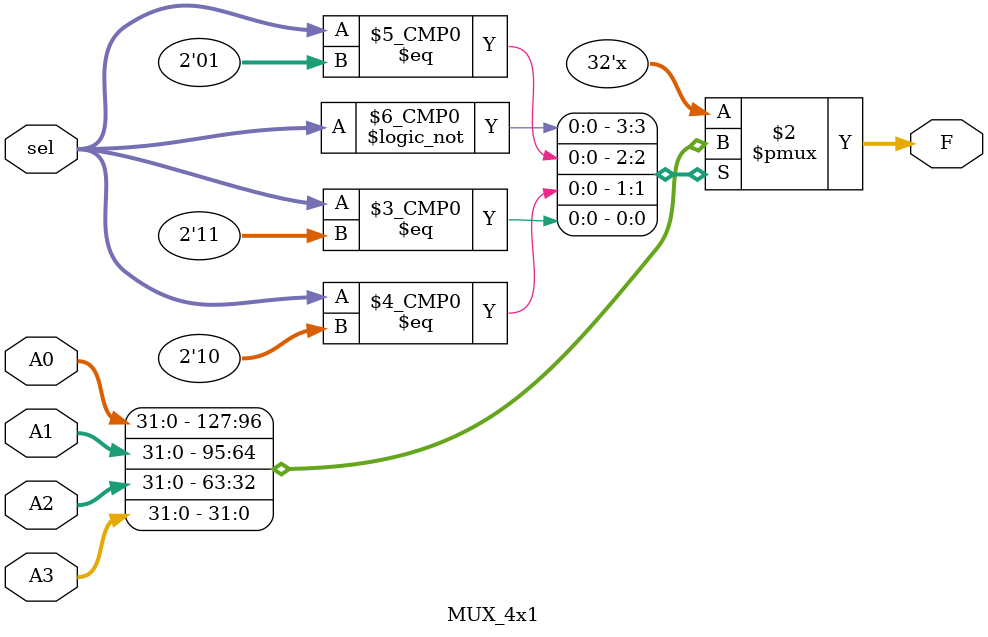
<source format=v>
`timescale 1ns / 1ps


module MUX_4x1 (A0, A1, A2, A3, sel, F);

    parameter size = 32;

    input [size-1:0] A0, A1, A2, A3;
    output reg [size-1:0] F;
    input [1:0] sel;

    always @(*) begin
        case (sel)
            2'b00:
                F = A0;
            2'b01:
                F = A1;
            2'b10:
                F = A2;
            2'b11:
                F = A3;
        endcase
    end

endmodule

</source>
